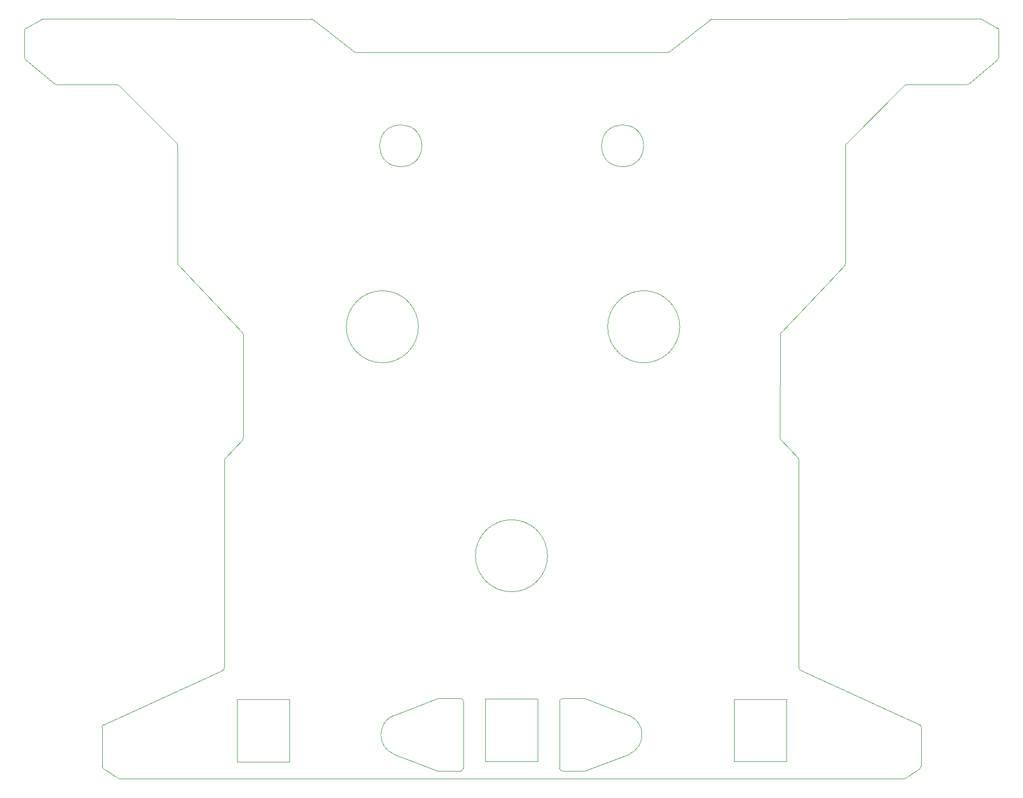
<source format=gm1>
G04 #@! TF.GenerationSoftware,KiCad,Pcbnew,9.0.0*
G04 #@! TF.CreationDate,2025-03-18T22:32:34-07:00*
G04 #@! TF.ProjectId,steering wheel v4,73746565-7269-46e6-9720-776865656c20,B*
G04 #@! TF.SameCoordinates,Original*
G04 #@! TF.FileFunction,Profile,NP*
%FSLAX46Y46*%
G04 Gerber Fmt 4.6, Leading zero omitted, Abs format (unit mm)*
G04 Created by KiCad (PCBNEW 9.0.0) date 2025-03-18 22:32:34*
%MOMM*%
%LPD*%
G01*
G04 APERTURE LIST*
G04 #@! TA.AperFunction,Profile*
%ADD10C,0.050000*%
G04 #@! TD*
G04 APERTURE END LIST*
D10*
X107099539Y-77676727D02*
G75*
G02*
X107237466Y-78019888I-361939J-344773D01*
G01*
X86703567Y-152000000D02*
X151950749Y-152000000D01*
X217283929Y-36659362D02*
X207677327Y-46265981D01*
X217283929Y-36659360D02*
G75*
G02*
X217637483Y-36512897I353571J-353540D01*
G01*
X143920000Y-150212213D02*
X143920000Y-139112213D01*
X207530881Y-46619515D02*
X207530881Y-66212395D01*
X220130376Y-143409315D02*
X220130376Y-149875055D01*
X70871122Y-27508192D02*
G75*
G02*
X71129709Y-27070355I499978J-8D01*
G01*
X229951494Y-25586435D02*
G75*
G02*
X230193245Y-25648571I306J-500165D01*
G01*
X200047760Y-133921369D02*
X219837992Y-142954457D01*
X207530881Y-46619515D02*
G75*
G02*
X207677336Y-46265971I499919J15D01*
G01*
X86703567Y-152000000D02*
G75*
G02*
X86425835Y-151915748I33J500000D01*
G01*
X73950004Y-25586435D02*
X118649121Y-25615301D01*
X178116046Y-31056909D02*
G75*
G02*
X177808203Y-31162912I-307846J394009D01*
G01*
X217475673Y-151915763D02*
G75*
G02*
X217197931Y-151999995I-277673J415563D01*
G01*
X220130376Y-149875055D02*
G75*
G02*
X219908133Y-150290841I-499976J-45D01*
G01*
X83771122Y-143409315D02*
G75*
G02*
X84063506Y-142954456I499978J15D01*
G01*
X227650423Y-36512913D02*
X217637483Y-36512913D01*
X196664015Y-78019888D02*
X196606046Y-95238786D01*
X139726800Y-138610000D02*
X143420300Y-138612214D01*
X139726800Y-150710000D02*
X143419700Y-150712213D01*
X219908118Y-150290819D02*
X217475673Y-151915763D01*
X196664015Y-78019888D02*
G75*
G02*
X196801936Y-77676705I500185J-1712D01*
G01*
X232771798Y-27070339D02*
G75*
G02*
X233030359Y-27508192I-241298J-437761D01*
G01*
X207530881Y-66212395D02*
G75*
G02*
X207392933Y-66557238I-499981J-5D01*
G01*
X83993380Y-150290819D02*
X86425825Y-151915763D01*
X160409700Y-150717786D02*
G75*
G02*
X159910014Y-150217787I300J499986D01*
G01*
X160409700Y-150717786D02*
X164103200Y-150720000D01*
X232771798Y-27070339D02*
X230193239Y-25648582D01*
X159910000Y-139117787D02*
G75*
G02*
X160410300Y-138617800I500000J-13D01*
G01*
X104146122Y-133466511D02*
G75*
G02*
X103853739Y-133921371I-500022J11D01*
G01*
X107237483Y-78019888D02*
X107295452Y-95238786D01*
X199755376Y-98986067D02*
X199755376Y-133466511D01*
X126093295Y-31162913D02*
G75*
G02*
X125785452Y-31056909I5J500013D01*
G01*
X229951494Y-25586435D02*
X185252377Y-25615301D01*
X173910749Y-46693917D02*
G75*
G02*
X166910749Y-46693917I-3500000J0D01*
G01*
X166910749Y-46693917D02*
G75*
G02*
X173910749Y-46693917I3500000J0D01*
G01*
X184944857Y-25721305D02*
G75*
G02*
X185252377Y-25615301I307843J-393995D01*
G01*
X73708259Y-25648582D02*
G75*
G02*
X73950004Y-25586445I241341J-437618D01*
G01*
X96508564Y-66557239D02*
X107099539Y-77676727D01*
X196741784Y-95582982D02*
G75*
G02*
X196606056Y-95238786I364216J342482D01*
G01*
X104146122Y-98986067D02*
X104146122Y-133466511D01*
X76251075Y-36512913D02*
X86264015Y-36512913D01*
X227969055Y-36398236D02*
G75*
G02*
X227650423Y-36512925I-318655J385336D01*
G01*
X83771122Y-143409315D02*
X83771122Y-149875055D01*
X96224171Y-46265962D02*
G75*
G02*
X96370643Y-46619515I-353671J-353638D01*
G01*
X71052490Y-32362890D02*
X75932443Y-36398236D01*
X157921122Y-114887913D02*
G75*
G02*
X145921122Y-114887913I-6000000J0D01*
G01*
X145921122Y-114887913D02*
G75*
G02*
X157921122Y-114887913I6000000J0D01*
G01*
X233030376Y-31977568D02*
G75*
G02*
X232848995Y-32362875I-499876J-32D01*
G01*
X86617569Y-36659360D02*
X96224171Y-46265962D01*
X83993380Y-150290819D02*
G75*
G02*
X83771149Y-149875055I277720J415719D01*
G01*
X76251075Y-36512913D02*
G75*
G02*
X75932451Y-36398226I25J500013D01*
G01*
X104281862Y-98643554D02*
X107159714Y-95582982D01*
X132286800Y-147869999D02*
G75*
G02*
X132286800Y-141450001I1400000J3209999D01*
G01*
X71129700Y-27070339D02*
X73708259Y-25648582D01*
X160410300Y-138617787D02*
X164103200Y-138620000D01*
X200047760Y-133921369D02*
G75*
G02*
X199755380Y-133466511I207640J454869D01*
G01*
X232849008Y-32362890D02*
X227969055Y-36398236D01*
X136990749Y-46693917D02*
G75*
G02*
X129990749Y-46693917I-3500000J0D01*
G01*
X129990749Y-46693917D02*
G75*
G02*
X136990749Y-46693917I3500000J0D01*
G01*
X217197931Y-152000000D02*
X151950749Y-152000000D01*
X164103200Y-150720000D02*
X171543200Y-147880000D01*
X70871122Y-31977568D02*
X70871122Y-27508192D01*
X159910000Y-150217787D02*
X159910000Y-139117787D01*
X136421122Y-76787913D02*
G75*
G02*
X124421122Y-76787913I-6000000J0D01*
G01*
X124421122Y-76787913D02*
G75*
G02*
X136421122Y-76787913I6000000J0D01*
G01*
X179921122Y-76787913D02*
G75*
G02*
X167921122Y-76787913I-6000000J0D01*
G01*
X167921122Y-76787913D02*
G75*
G02*
X179921122Y-76787913I6000000J0D01*
G01*
X96508564Y-66557239D02*
G75*
G02*
X96370616Y-66212395I362036J344839D01*
G01*
X107295452Y-95238786D02*
G75*
G02*
X107159721Y-95582988I-499952J-1714D01*
G01*
X104146122Y-98986067D02*
G75*
G02*
X104281883Y-98643574I499978J-33D01*
G01*
X207392934Y-66557239D02*
X196801959Y-77676727D01*
X143920000Y-150212213D02*
G75*
G02*
X143419700Y-150712200I-500000J13D01*
G01*
X96370617Y-46619515D02*
X96370617Y-66212395D01*
X118649121Y-25615301D02*
G75*
G02*
X118956642Y-25721304I-321J-499999D01*
G01*
X118956641Y-25721305D02*
X125785452Y-31056909D01*
X233030376Y-31977568D02*
X233030376Y-27508192D01*
X199619636Y-98643554D02*
X196741784Y-95582982D01*
X126093295Y-31162912D02*
X177808200Y-31162913D01*
X143420300Y-138612214D02*
G75*
G02*
X143919986Y-139112213I-300J-499986D01*
G01*
X139726800Y-150710000D02*
X132286800Y-147870000D01*
X171543200Y-141460001D02*
G75*
G02*
X171543200Y-147879999I-1400000J-3209999D01*
G01*
X164103200Y-138620000D02*
X171543200Y-141460000D01*
X139726800Y-138610000D02*
X132286800Y-141450000D01*
X71052490Y-32362890D02*
G75*
G02*
X70871098Y-31977568I318710J385390D01*
G01*
X103853738Y-133921369D02*
X84063506Y-142954457D01*
X184944857Y-25721305D02*
X178116046Y-31056909D01*
X219837992Y-142954457D02*
G75*
G02*
X220130377Y-143409315I-207592J-454843D01*
G01*
X86264015Y-36512913D02*
G75*
G02*
X86617559Y-36659370I-15J-499987D01*
G01*
X199619636Y-98643554D02*
G75*
G02*
X199755391Y-98986067I-364036J-342446D01*
G01*
X197646122Y-149087913D02*
X188946122Y-149087913D01*
X188946122Y-138737913D01*
X197646122Y-138737913D01*
X197646122Y-149087913D01*
X156296122Y-149062913D02*
X147596122Y-149062913D01*
X147596122Y-138712913D01*
X156296122Y-138712913D01*
X156296122Y-149062913D01*
X114946122Y-149137913D02*
X106246122Y-149137913D01*
X106246122Y-138787913D01*
X114946122Y-138787913D01*
X114946122Y-149137913D01*
M02*

</source>
